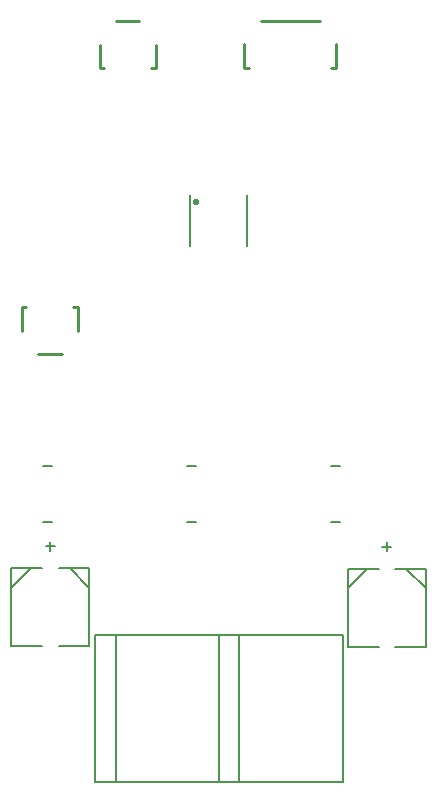
<source format=gbo>
G75*
%MOIN*%
%OFA0B0*%
%FSLAX24Y24*%
%IPPOS*%
%LPD*%
%AMOC8*
5,1,8,0,0,1.08239X$1,22.5*
%
%ADD10C,0.0080*%
%ADD11C,0.0100*%
%ADD12C,0.0060*%
%ADD13C,0.0232*%
%ADD14C,0.0050*%
D10*
X002076Y008782D02*
X002361Y008782D01*
X002361Y010671D02*
X002076Y010671D01*
X006876Y010671D02*
X007161Y010671D01*
X007161Y008782D02*
X006876Y008782D01*
X011676Y008782D02*
X011961Y008782D01*
X011961Y010671D02*
X011676Y010671D01*
D11*
X005833Y023915D02*
X005686Y023915D01*
X005833Y023915D02*
X005833Y024712D01*
X005292Y025488D02*
X004505Y025488D01*
X003964Y024712D02*
X003964Y023915D01*
X004111Y023915D01*
X008787Y023935D02*
X008934Y023935D01*
X008787Y023935D02*
X008787Y024731D01*
X009328Y025508D02*
X011296Y025508D01*
X011837Y024731D02*
X011837Y023935D01*
X011690Y023935D01*
X003234Y015961D02*
X003234Y015164D01*
X003234Y015961D02*
X003087Y015961D01*
X002694Y014388D02*
X001906Y014388D01*
X001366Y015164D02*
X001366Y015961D01*
X001513Y015961D01*
D12*
X001020Y007252D02*
X001020Y004652D01*
X002040Y004652D01*
X002600Y004652D02*
X003620Y004652D01*
X003620Y007252D01*
X002970Y007252D01*
X003620Y006602D01*
X002970Y007252D02*
X002600Y007252D01*
X002320Y007842D02*
X002320Y008142D01*
X002170Y007992D02*
X002470Y007992D01*
X002040Y007252D02*
X001020Y007252D01*
X001670Y007252D02*
X001020Y006602D01*
X006979Y018006D02*
X006979Y019685D01*
X008890Y019685D02*
X008890Y018006D01*
X013540Y008122D02*
X013540Y007822D01*
X013390Y007972D02*
X013690Y007972D01*
X013820Y007232D02*
X014190Y007232D01*
X014840Y006582D01*
X014840Y007232D02*
X014840Y004632D01*
X013820Y004632D01*
X013260Y004632D02*
X012240Y004632D01*
X012240Y007232D01*
X013260Y007232D01*
X012890Y007232D02*
X012240Y006582D01*
X014190Y007232D02*
X014840Y007232D01*
D13*
X007182Y019463D03*
D14*
X007930Y005046D02*
X007930Y000125D01*
X008619Y000125D01*
X008619Y005046D01*
X007930Y005046D01*
X007950Y005046D02*
X007950Y000125D01*
X004505Y000125D01*
X004505Y005046D01*
X003816Y005046D01*
X003816Y000125D01*
X004505Y000125D01*
X004505Y005046D02*
X007950Y005046D01*
X008619Y005046D02*
X012064Y005046D01*
X012064Y000125D01*
X008619Y000125D01*
M02*

</source>
